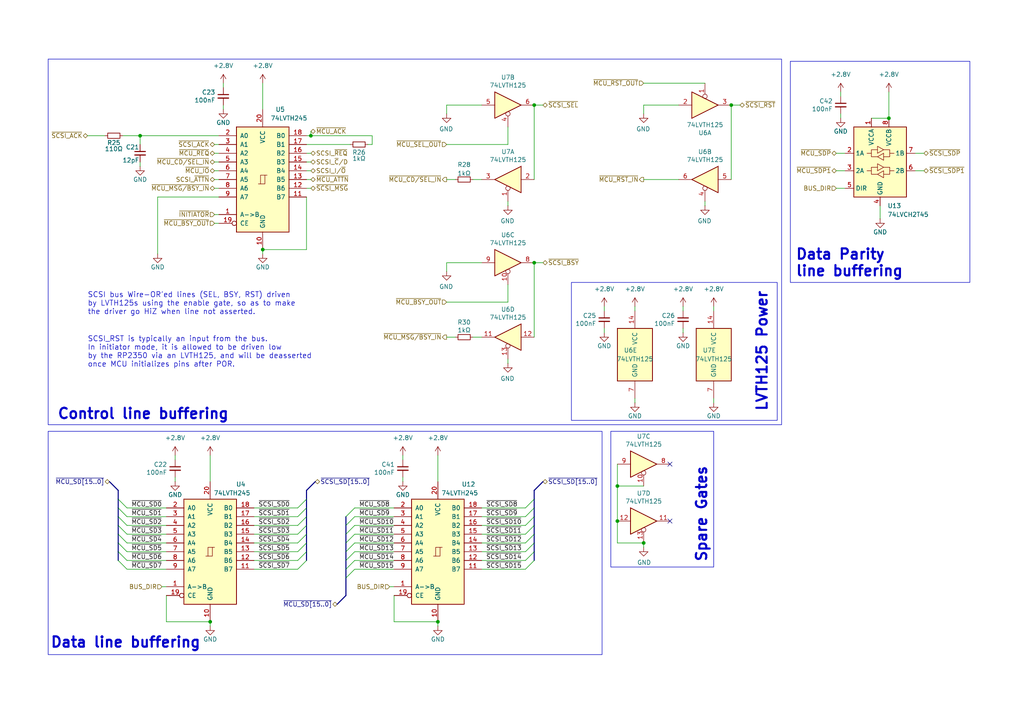
<source format=kicad_sch>
(kicad_sch (version 20250114) (generator "eeschema") (generator_version "9.0")
  (paper "A4")
  (title_block (title "GBSCSI2 - Common Platform - Buffers, Wide") (date "2026-02-01") (rev "2.0") (comment 1 "Drawn by George R. M."))
  (lib_symbols
    (symbol "74xx:74LS245" (pin_names (offset 1.016))
      (property "Reference" "U" (at -7.62 16.51 0))
      (property "Value" "74LS245" (at -7.62 -16.51 0))
      (symbol "74LS245_1_0"
        (polyline (pts (xy -1.27 -1.27) (xy 0.635 -1.27) (xy 0.635 1.27) (xy 1.27 1.27)))
        (polyline (pts (xy -0.635 -1.27) (xy -0.635 1.27) (xy 0.635 1.27)))
        (pin tri_state line (at -12.7 12.7 0) (length 5.08) (name "A0") (number "2"))
        (pin tri_state line (at -12.7 10.16 0) (length 5.08) (name "A1") (number "3"))
        (pin tri_state line (at -12.7 7.62 0) (length 5.08) (name "A2") (number "4"))
        (pin tri_state line (at -12.7 5.08 0) (length 5.08) (name "A3") (number "5"))
        (pin tri_state line (at -12.7 2.54 0) (length 5.08) (name "A4") (number "6"))
        (pin tri_state line (at -12.7 0 0) (length 5.08) (name "A5") (number "7"))
        (pin tri_state line (at -12.7 -2.54 0) (length 5.08) (name "A6") (number "8"))
        (pin tri_state line (at -12.7 -5.08 0) (length 5.08) (name "A7") (number "9"))
        (pin input line (at -12.7 -10.16 0) (length 5.08) (name "A->B") (number "1"))
        (pin input inverted (at -12.7 -12.7 0) (length 5.08) (name "CE") (number "19"))
        (pin power_in line (at 0 20.32 270) (length 5.08) (name "VCC") (number "20"))
        (pin power_in line (at 0 -20.32 90) (length 5.08) (name "GND") (number "10"))
        (pin tri_state line (at 12.7 12.7 180) (length 5.08) (name "B0") (number "18"))
        (pin tri_state line (at 12.7 10.16 180) (length 5.08) (name "B1") (number "17"))
        (pin tri_state line (at 12.7 7.62 180) (length 5.08) (name "B2") (number "16"))
        (pin tri_state line (at 12.7 5.08 180) (length 5.08) (name "B3") (number "15"))
        (pin tri_state line (at 12.7 2.54 180) (length 5.08) (name "B4") (number "14"))
        (pin tri_state line (at 12.7 0 180) (length 5.08) (name "B5") (number "13"))
        (pin tri_state line (at 12.7 -2.54 180) (length 5.08) (name "B6") (number "12"))
        (pin tri_state line (at 12.7 -5.08 180) (length 5.08) (name "B7") (number "11"))
      )
      (symbol "74LS245_1_1"
        (rectangle (start -7.62 15.24) (end 7.62 -15.24) (stroke (width 0.254)) (fill (type background)))
      )
    )
    (symbol "74xx:74LVC125" (pin_names (offset 1.016))
      (property "Reference" "U" (at 0 1.27 0))
      (property "Value" "74LVC125" (at 0 -1.27 0))
      (symbol "74LVC125_1_0"
        (polyline (pts (xy -3.81 3.81) (xy -3.81 -3.81) (xy 3.81 0) (xy -3.81 3.81)) (stroke (width 0.254)) (fill (type background)))
        (pin input line (at -7.62 0 0) (length 3.81) (name "~") (number "2"))
        (pin input inverted (at 0 -6.35 90) (length 4.445) (name "~") (number "1"))
        (pin tri_state line (at 7.62 0 180) (length 3.81) (name "~") (number "3"))
      )
      (symbol "74LVC125_2_0"
        (polyline (pts (xy -3.81 3.81) (xy -3.81 -3.81) (xy 3.81 0) (xy -3.81 3.81)) (stroke (width 0.254)) (fill (type background)))
        (pin input line (at -7.62 0 0) (length 3.81) (name "~") (number "5"))
        (pin input inverted (at 0 -6.35 90) (length 4.445) (name "~") (number "4"))
        (pin tri_state line (at 7.62 0 180) (length 3.81) (name "~") (number "6"))
      )
      (symbol "74LVC125_3_0"
        (polyline (pts (xy -3.81 3.81) (xy -3.81 -3.81) (xy 3.81 0) (xy -3.81 3.81)) (stroke (width 0.254)) (fill (type background)))
        (pin input line (at -7.62 0 0) (length 3.81) (name "~") (number "9"))
        (pin input inverted (at 0 -6.35 90) (length 4.445) (name "~") (number "10"))
        (pin tri_state line (at 7.62 0 180) (length 3.81) (name "~") (number "8"))
      )
      (symbol "74LVC125_4_0"
        (polyline (pts (xy -3.81 3.81) (xy -3.81 -3.81) (xy 3.81 0) (xy -3.81 3.81)) (stroke (width 0.254)) (fill (type background)))
        (pin input line (at -7.62 0 0) (length 3.81) (name "~") (number "12"))
        (pin input inverted (at 0 -6.35 90) (length 4.445) (name "~") (number "13"))
        (pin tri_state line (at 7.62 0 180) (length 3.81) (name "~") (number "11"))
      )
      (symbol "74LVC125_5_0"
        (pin power_in line (at 0 12.7 270) (length 5.08) (name "VCC") (number "14"))
        (pin power_in line (at 0 -12.7 90) (length 5.08) (name "GND") (number "7"))
      )
      (symbol "74LVC125_5_1"
        (rectangle (start -5.08 7.62) (end 5.08 -7.62) (stroke (width 0.254)) (fill (type background)))
      )
    )
    (symbol "Device:C_Small" (pin_numbers (hide yes)) (pin_names (offset 0.254) (hide yes))
      (property "Reference" "C" (at 0.254 1.778 0))
      (property "Value" "C_Small" (at 0.254 -2.032 0))
      (symbol "C_Small_0_1"
        (polyline (pts (xy -1.524 0.508) (xy 1.524 0.508)) (stroke (width 0.3048)))
        (polyline (pts (xy -1.524 -0.508) (xy 1.524 -0.508)) (stroke (width 0.3302)))
      )
      (symbol "C_Small_1_1"
        (pin passive line (at 0 2.54 270) (length 2.032) (name "~") (number "1"))
        (pin passive line (at 0 -2.54 90) (length 2.032) (name "~") (number "2"))
      )
    )
    (symbol "Device:R_Small" (pin_numbers (hide yes)) (pin_names (offset 0.254) (hide yes))
      (property "Reference" "R" (at 0 0 90))
      (property "Value" "R_Small" (at 1.778 0 90))
      (symbol "R_Small_0_1"
        (rectangle (start -0.762 1.778) (end 0.762 -1.778) (stroke (width 0.2032)))
      )
      (symbol "R_Small_1_1"
        (pin passive line (at 0 2.54 270) (length 0.762) (name "~") (number "1"))
        (pin passive line (at 0 -2.54 90) (length 0.762) (name "~") (number "2"))
      )
    )
    (symbol "Logic_LevelTranslator:74LVCH2T45DC"
      (property "Reference" "U" (at 6.35 -11.43 0))
      (property "Value" "74LVCH2T45DC" (at 10.16 11.43 0))
      (symbol "74LVCH2T45DC_1_1"
        (rectangle (start -7.62 10.16) (end 7.62 -10.16) (stroke (width 0.254)) (fill (type background)))
        (polyline (pts (xy -2.54 2.54) (xy -2.54 3.556) (xy -0.762 3.556)))
        (polyline (pts (xy -2.54 -2.54) (xy -2.54 -1.524) (xy -0.762 -1.524)))
        (polyline (pts (xy -0.762 2.54) (xy -0.762 4.572) (xy 1.016 3.556) (xy -0.762 2.54)))
        (polyline (pts (xy -0.762 1.524) (xy -2.54 1.524) (xy -2.54 2.54) (xy -3.81 2.54)))
        (polyline (pts (xy -0.762 -2.54) (xy -0.762 -0.508) (xy 1.016 -1.524) (xy -0.762 -2.54)))
        (polyline (pts (xy -0.762 -3.556) (xy -2.54 -3.556) (xy -2.54 -2.54) (xy -3.81 -2.54)))
        (polyline (pts (xy 1.016 3.556) (xy 2.794 3.556) (xy 2.794 2.54) (xy 4.064 2.54)))
        (polyline (pts (xy 1.016 2.54) (xy 1.016 0.762) (xy 1.016 0.508) (xy -0.762 1.524) (xy 1.016 2.54)))
        (polyline (pts (xy 1.016 -1.524) (xy 2.794 -1.524) (xy 2.794 -2.54) (xy 4.064 -2.54)))
        (polyline (pts (xy 1.016 -2.54) (xy 1.016 -4.318) (xy 1.016 -4.572) (xy -0.762 -3.556) (xy 1.016 -2.54)))
        (polyline (pts (xy 2.794 2.54) (xy 2.794 1.524) (xy 1.016 1.524)))
        (polyline (pts (xy 2.794 -2.54) (xy 2.794 -3.556) (xy 1.016 -3.556)))
        (pin bidirectional line (at -10.16 2.54 0) (length 2.54) (name "1A") (number "2"))
        (pin bidirectional line (at -10.16 -2.54 0) (length 2.54) (name "2A") (number "3"))
        (pin input line (at -10.16 -7.62 0) (length 2.54) (name "DIR") (number "5"))
        (pin power_in line (at -2.54 12.7 270) (length 2.54) (name "VCCA") (number "1"))
        (pin power_in line (at 0 -12.7 90) (length 2.54) (name "GND") (number "4"))
        (pin power_in line (at 2.54 12.7 270) (length 2.54) (name "VCCB") (number "8"))
        (pin bidirectional line (at 10.16 2.54 180) (length 2.54) (name "1B") (number "7"))
        (pin bidirectional line (at 10.16 -2.54 180) (length 2.54) (name "2B") (number "6"))
      )
    )
    (symbol "power:+2V8" (power) (pin_names (offset 0))
      (property "Value" "+2V8" (at 0 3.556 0))
      (symbol "+2V8_0_1"
        (polyline (pts (xy -0.762 1.27) (xy 0 2.54)))
        (polyline (pts (xy 0 2.54) (xy 0.762 1.27)))
        (polyline (pts (xy 0 0) (xy 0 2.54)))
      )
      (symbol "+2V8_1_1"
        (pin power_in line (at 0 0 90) (length 0) (hide yes) (name "+2V8") (number "1"))
      )
    )
    (symbol "power:GND" (power) (pin_numbers (hide yes)) (pin_names (offset 0) (hide yes))
      (property "Value" "GND" (at 0 -3.81 0))
      (symbol "GND_0_1"
        (polyline (pts (xy 0 0) (xy 0 -1.27) (xy 1.27 -1.27) (xy 0 -2.54) (xy -1.27 -1.27) (xy 0 -1.27)))
      )
      (symbol "GND_1_1"
        (pin power_in line (at 0 0 270) (length 0) (name "~") (number "1"))
      )
    )
  )
  (rectangle (start 13.97 125.095) (end 174.625 189.865))
  (rectangle (start 177.165 125.095) (end 207.01 164.465))
  (rectangle (start 229.235 17.78) (end 281.305 81.915))
  (rectangle (start 13.97 17.145) (end 226.695 123.19))
  (rectangle (start 165.735 81.915) (end 225.425 121.92))
  (text "Control line buffering" (at 16.51 121.92 0) (effects (font (size 3 3) (thickness 0.6) (bold yes)) (justify left bottom)))
  (text "SCSI_RST is typically an input from the bus.\nIn initiator mode, it is allowed to be driven low\nby the RP2350 via an LVTH125, and will be deasserted\nonce MCU initializes pins after POR." (at 25.4 106.68 0) (effects (font (size 1.524 1.524)) (justify left bottom)))
  (text "LVTH125 Power" (at 222.758 119.634 90) (effects (font (size 3 3) (thickness 0.6) (bold yes)) (justify left bottom)))
  (text "SCSI bus Wire-OR'ed lines (SEL, BSY, RST) driven\nby LVTH125s using the enable gate, so as to make\nthe driver go HiZ when line not asserted." (at 25.4 91.44 0) (effects (font (size 1.524 1.524)) (justify left bottom)))
  (text "Spare Gates" (at 205.232 163.322 90) (effects (font (size 3 3) (thickness 0.6) (bold yes)) (justify left bottom)))
  (text "Data Parity\nline buffering" (at 230.632 80.518 0) (effects (font (size 3 3) (thickness 0.6) (bold yes)) (justify left bottom)))
  (text "Data line buffering" (at 14.478 188.214 0) (effects (font (size 3 3) (thickness 0.6) (bold yes)) (justify left bottom)))
  (junction (at 257.81 34.29))
  (junction (at 127 180.34))
  (junction (at 76.2 72.39))
  (junction (at 179.07 151.13))
  (junction (at 212.09 30.48))
  (junction (at 154.94 30.48))
  (junction (at 40.64 39.37))
  (junction (at 186.69 157.48))
  (junction (at 60.96 180.34))
  (junction (at 179.07 140.97))
  (junction (at 90.17 39.37))
  (junction (at 154.94 76.2))
  (no_connect (at 194.31 151.13))
  (no_connect (at 194.31 134.62))
  (bus_entry (at 86.36 152.4) (size 2.54 -2.54))
  (bus_entry (at 86.36 147.32) (size 2.54 -2.54))
  (bus_entry (at 86.36 149.86) (size 2.54 -2.54))
  (bus_entry (at 152.4 147.32) (size 2.54 -2.54))
  (bus_entry (at 36.83 149.86) (size -2.54 -2.54))
  (bus_entry (at 152.4 152.4) (size 2.54 -2.54))
  (bus_entry (at 152.4 165.1) (size 2.54 -2.54))
  (bus_entry (at 36.83 165.1) (size -2.54 -2.54))
  (bus_entry (at 36.83 152.4) (size -2.54 -2.54))
  (bus_entry (at 86.36 162.56) (size 2.54 -2.54))
  (bus_entry (at 102.87 149.86) (size -2.54 2.54))
  (bus_entry (at 36.83 157.48) (size -2.54 -2.54))
  (bus_entry (at 102.87 165.1) (size -2.54 2.54))
  (bus_entry (at 86.36 157.48) (size 2.54 -2.54))
  (bus_entry (at 102.87 162.56) (size -2.54 2.54))
  (bus_entry (at 36.83 154.94) (size -2.54 -2.54))
  (bus_entry (at 86.36 154.94) (size 2.54 -2.54))
  (bus_entry (at 102.87 152.4) (size -2.54 2.54))
  (bus_entry (at 152.4 162.56) (size 2.54 -2.54))
  (bus_entry (at 152.4 154.94) (size 2.54 -2.54))
  (bus_entry (at 102.87 160.02) (size -2.54 2.54))
  (bus_entry (at 36.83 162.56) (size -2.54 -2.54))
  (bus_entry (at 86.36 160.02) (size 2.54 -2.54))
  (bus_entry (at 102.87 154.94) (size -2.54 2.54))
  (bus_entry (at 36.83 147.32) (size -2.54 -2.54))
  (bus_entry (at 86.36 165.1) (size 2.54 -2.54))
  (bus_entry (at 152.4 157.48) (size 2.54 -2.54))
  (bus_entry (at 102.87 147.32) (size -2.54 2.54))
  (bus_entry (at 152.4 160.02) (size 2.54 -2.54))
  (bus_entry (at 102.87 157.48) (size -2.54 2.54))
  (bus_entry (at 36.83 160.02) (size -2.54 -2.54))
  (bus_entry (at 152.4 149.86) (size 2.54 -2.54))
  (wire (pts (xy 198.12 88.9) (xy 198.12 90.17)))
  (wire (pts (xy 102.87 154.94) (xy 114.3 154.94)))
  (wire (pts (xy 243.84 33.02) (xy 243.84 34.29)))
  (wire (pts (xy 184.15 116.84) (xy 184.15 115.57)))
  (bus (pts (xy 100.33 165.1) (xy 100.33 167.64)))
  (wire (pts (xy 267.97 44.45) (xy 265.43 44.45)))
  (bus (pts (xy 34.29 152.4) (xy 34.29 149.86)))
  (bus (pts (xy 88.9 144.78) (xy 88.9 142.24)))
  (wire (pts (xy 154.94 76.2) (xy 154.94 97.79)))
  (wire (pts (xy 73.66 157.48) (xy 86.36 157.48)))
  (bus (pts (xy 154.94 142.24) (xy 157.48 139.7)))
  (wire (pts (xy 154.94 30.48) (xy 154.94 52.07)))
  (bus (pts (xy 100.33 172.72) (xy 97.79 175.26)))
  (wire (pts (xy 252.73 34.29) (xy 257.81 34.29)))
  (bus (pts (xy 88.9 157.48) (xy 88.9 154.94)))
  (bus (pts (xy 154.94 157.48) (xy 154.94 154.94)))
  (wire (pts (xy 129.54 87.63) (xy 147.32 87.63)))
  (bus (pts (xy 88.9 152.4) (xy 88.9 149.86)))
  (wire (pts (xy 46.99 170.18) (xy 48.26 170.18)))
  (wire (pts (xy 204.47 59.69) (xy 204.47 58.42)))
  (wire (pts (xy 147.32 59.69) (xy 147.32 58.42)))
  (wire (pts (xy 139.7 162.56) (xy 152.4 162.56)))
  (wire (pts (xy 179.07 140.97) (xy 179.07 151.13)))
  (wire (pts (xy 73.66 147.32) (xy 86.36 147.32)))
  (wire (pts (xy 113.03 170.18) (xy 114.3 170.18)))
  (wire (pts (xy 88.9 41.91) (xy 101.6 41.91)))
  (wire (pts (xy 88.9 72.39) (xy 88.9 57.15)))
  (wire (pts (xy 184.15 88.9) (xy 184.15 90.17)))
  (wire (pts (xy 40.64 41.91) (xy 40.64 39.37)))
  (wire (pts (xy 76.2 24.13) (xy 76.2 31.75)))
  (wire (pts (xy 73.66 149.86) (xy 86.36 149.86)))
  (wire (pts (xy 62.23 52.07) (xy 63.5 52.07)))
  (wire (pts (xy 242.57 54.61) (xy 245.11 54.61)))
  (wire (pts (xy 73.66 160.02) (xy 86.36 160.02)))
  (wire (pts (xy 73.66 165.1) (xy 86.36 165.1)))
  (wire (pts (xy 147.32 105.41) (xy 147.32 104.14)))
  (wire (pts (xy 50.8 138.43) (xy 50.8 139.7)))
  (wire (pts (xy 242.57 49.53) (xy 245.11 49.53)))
  (wire (pts (xy 73.66 154.94) (xy 86.36 154.94)))
  (bus (pts (xy 88.9 147.32) (xy 88.9 144.78)))
  (wire (pts (xy 60.96 181.61) (xy 60.96 180.34)))
  (wire (pts (xy 102.87 152.4) (xy 114.3 152.4)))
  (bus (pts (xy 34.29 149.86) (xy 34.29 147.32)))
  (wire (pts (xy 129.54 52.07) (xy 132.08 52.07)))
  (wire (pts (xy 139.7 157.48) (xy 152.4 157.48)))
  (wire (pts (xy 36.83 147.32) (xy 48.26 147.32)))
  (wire (pts (xy 63.5 57.15) (xy 45.72 57.15)))
  (wire (pts (xy 127 181.61) (xy 127 180.34)))
  (wire (pts (xy 25.4 39.37) (xy 30.48 39.37)))
  (wire (pts (xy 102.87 162.56) (xy 114.3 162.56)))
  (bus (pts (xy 100.33 154.94) (xy 100.33 157.48)))
  (bus (pts (xy 154.94 149.86) (xy 154.94 147.32)))
  (wire (pts (xy 60.96 132.08) (xy 60.96 139.7)))
  (wire (pts (xy 196.85 30.48) (xy 186.69 30.48)))
  (wire (pts (xy 137.16 97.79) (xy 139.7 97.79)))
  (wire (pts (xy 129.54 41.91) (xy 147.32 41.91)))
  (wire (pts (xy 147.32 87.63) (xy 147.32 82.55)))
  (wire (pts (xy 175.26 88.9) (xy 175.26 90.17)))
  (bus (pts (xy 100.33 160.02) (xy 100.33 162.56)))
  (wire (pts (xy 139.7 149.86) (xy 152.4 149.86)))
  (wire (pts (xy 179.07 134.62) (xy 179.07 140.97)))
  (wire (pts (xy 267.97 49.53) (xy 265.43 49.53)))
  (wire (pts (xy 179.07 151.13) (xy 179.07 157.48)))
  (wire (pts (xy 88.9 39.37) (xy 90.17 39.37)))
  (wire (pts (xy 64.77 24.13) (xy 64.77 25.4)))
  (bus (pts (xy 88.9 162.56) (xy 88.9 160.02)))
  (wire (pts (xy 179.07 157.48) (xy 186.69 157.48)))
  (wire (pts (xy 212.09 30.48) (xy 212.09 52.07)))
  (wire (pts (xy 114.3 172.72) (xy 114.3 180.34)))
  (wire (pts (xy 214.63 30.48) (xy 212.09 30.48)))
  (bus (pts (xy 34.29 147.32) (xy 34.29 144.78)))
  (bus (pts (xy 154.94 162.56) (xy 154.94 160.02)))
  (wire (pts (xy 179.07 140.97) (xy 186.69 140.97)))
  (bus (pts (xy 154.94 160.02) (xy 154.94 157.48)))
  (wire (pts (xy 102.87 165.1) (xy 114.3 165.1)))
  (wire (pts (xy 40.64 39.37) (xy 63.5 39.37)))
  (wire (pts (xy 139.7 154.94) (xy 152.4 154.94)))
  (wire (pts (xy 139.7 76.2) (xy 129.54 76.2)))
  (bus (pts (xy 34.29 162.56) (xy 34.29 160.02)))
  (wire (pts (xy 116.84 132.08) (xy 116.84 133.35)))
  (wire (pts (xy 48.26 172.72) (xy 48.26 180.34)))
  (wire (pts (xy 90.17 38.1) (xy 90.17 39.37)))
  (wire (pts (xy 129.54 30.48) (xy 129.54 33.02)))
  (wire (pts (xy 102.87 147.32) (xy 114.3 147.32)))
  (wire (pts (xy 129.54 97.79) (xy 132.08 97.79)))
  (wire (pts (xy 102.87 149.86) (xy 114.3 149.86)))
  (wire (pts (xy 207.01 88.9) (xy 207.01 90.17)))
  (bus (pts (xy 34.29 144.78) (xy 34.29 142.24)))
  (bus (pts (xy 34.29 157.48) (xy 34.29 154.94)))
  (wire (pts (xy 255.27 63.5) (xy 255.27 59.69)))
  (wire (pts (xy 139.7 152.4) (xy 152.4 152.4)))
  (wire (pts (xy 36.83 149.86) (xy 48.26 149.86)))
  (bus (pts (xy 154.94 147.32) (xy 154.94 144.78)))
  (wire (pts (xy 257.81 26.67) (xy 257.81 34.29)))
  (bus (pts (xy 100.33 149.86) (xy 100.33 152.4)))
  (wire (pts (xy 186.69 30.48) (xy 186.69 33.02)))
  (wire (pts (xy 157.48 76.2) (xy 154.94 76.2)))
  (wire (pts (xy 90.17 49.53) (xy 88.9 49.53)))
  (wire (pts (xy 198.12 96.52) (xy 198.12 95.25)))
  (wire (pts (xy 147.32 41.91) (xy 147.32 36.83)))
  (bus (pts (xy 154.94 152.4) (xy 154.94 149.86)))
  (wire (pts (xy 114.3 180.34) (xy 127 180.34)))
  (wire (pts (xy 90.17 44.45) (xy 88.9 44.45)))
  (bus (pts (xy 34.29 160.02) (xy 34.29 157.48)))
  (wire (pts (xy 116.84 138.43) (xy 116.84 139.7)))
  (wire (pts (xy 76.2 73.66) (xy 76.2 72.39)))
  (bus (pts (xy 88.9 142.24) (xy 91.44 139.7)))
  (wire (pts (xy 102.87 160.02) (xy 114.3 160.02)))
  (bus (pts (xy 34.29 154.94) (xy 34.29 152.4)))
  (bus (pts (xy 100.33 152.4) (xy 100.33 154.94)))
  (bus (pts (xy 88.9 154.94) (xy 88.9 152.4)))
  (bus (pts (xy 100.33 157.48) (xy 100.33 160.02)))
  (wire (pts (xy 207.01 116.84) (xy 207.01 115.57)))
  (wire (pts (xy 186.69 52.07) (xy 196.85 52.07)))
  (wire (pts (xy 62.23 46.99) (xy 63.5 46.99)))
  (wire (pts (xy 90.17 54.61) (xy 88.9 54.61)))
  (wire (pts (xy 36.83 152.4) (xy 48.26 152.4)))
  (wire (pts (xy 62.23 41.91) (xy 63.5 41.91)))
  (wire (pts (xy 102.87 157.48) (xy 114.3 157.48)))
  (wire (pts (xy 129.54 76.2) (xy 129.54 78.74)))
  (wire (pts (xy 62.23 64.77) (xy 63.5 64.77)))
  (bus (pts (xy 100.33 167.64) (xy 100.33 172.72)))
  (bus (pts (xy 154.94 154.94) (xy 154.94 152.4)))
  (wire (pts (xy 62.23 54.61) (xy 63.5 54.61)))
  (bus (pts (xy 34.29 142.24) (xy 31.75 139.7)))
  (wire (pts (xy 127 132.08) (xy 127 139.7)))
  (wire (pts (xy 36.83 165.1) (xy 48.26 165.1)))
  (wire (pts (xy 242.57 44.45) (xy 245.11 44.45)))
  (wire (pts (xy 90.17 39.37) (xy 107.95 39.37)))
  (bus (pts (xy 100.33 162.56) (xy 100.33 165.1)))
  (wire (pts (xy 129.54 30.48) (xy 139.7 30.48)))
  (wire (pts (xy 40.64 48.26) (xy 40.64 46.99)))
  (wire (pts (xy 137.16 52.07) (xy 139.7 52.07)))
  (wire (pts (xy 139.7 147.32) (xy 152.4 147.32)))
  (wire (pts (xy 157.48 30.48) (xy 154.94 30.48)))
  (wire (pts (xy 62.23 62.23) (xy 63.5 62.23)))
  (wire (pts (xy 90.17 46.99) (xy 88.9 46.99)))
  (wire (pts (xy 186.69 158.75) (xy 186.69 157.48)))
  (wire (pts (xy 64.77 30.48) (xy 64.77 31.75)))
  (wire (pts (xy 36.83 160.02) (xy 48.26 160.02)))
  (wire (pts (xy 45.72 57.15) (xy 45.72 73.66)))
  (wire (pts (xy 139.7 160.02) (xy 152.4 160.02)))
  (wire (pts (xy 243.84 27.94) (xy 243.84 26.67)))
  (wire (pts (xy 73.66 152.4) (xy 86.36 152.4)))
  (wire (pts (xy 50.8 132.08) (xy 50.8 133.35)))
  (wire (pts (xy 139.7 165.1) (xy 152.4 165.1)))
  (bus (pts (xy 88.9 160.02) (xy 88.9 157.48)))
  (wire (pts (xy 73.66 162.56) (xy 86.36 162.56)))
  (wire (pts (xy 35.56 39.37) (xy 40.64 39.37)))
  (bus (pts (xy 154.94 144.78) (xy 154.94 142.24)))
  (wire (pts (xy 76.2 72.39) (xy 88.9 72.39)))
  (wire (pts (xy 36.83 157.48) (xy 48.26 157.48)))
  (wire (pts (xy 186.69 24.13) (xy 204.47 24.13)))
  (bus (pts (xy 88.9 149.86) (xy 88.9 147.32)))
  (wire (pts (xy 106.68 41.91) (xy 107.95 41.91)))
  (wire (pts (xy 175.26 96.52) (xy 175.26 95.25)))
  (wire (pts (xy 62.23 49.53) (xy 63.5 49.53)))
  (wire (pts (xy 90.17 52.07) (xy 88.9 52.07)))
  (wire (pts (xy 62.23 44.45) (xy 63.5 44.45)))
  (wire (pts (xy 36.83 154.94) (xy 48.26 154.94)))
  (wire (pts (xy 107.95 41.91) (xy 107.95 39.37)))
  (wire (pts (xy 36.83 162.56) (xy 48.26 162.56)))
  (wire (pts (xy 48.26 180.34) (xy 60.96 180.34)))
  (label "~{MCU_SD3}" (at 46.99 154.94 180))
  (label "~{SCSI_SD3}" (at 74.93 154.94 0))
  (label "~{SCSI_SD15}" (at 140.97 165.1 0))
  (label "~{MCU_SD5}" (at 46.99 160.02 180))
  (label "~{MCU_SD8}" (at 104.14 147.32 0))
  (label "~{MCU_SD6}" (at 46.99 162.56 180))
  (label "~{MCU_SD0}" (at 46.99 147.32 180))
  (label "~{SCSI_SD7}" (at 74.93 165.1 0))
  (label "~{SCSI_SD10}" (at 140.97 152.4 0))
  (label "~{MCU_SD15}" (at 104.14 165.1 0))
  (label "~{SCSI_SD9}" (at 140.97 149.86 0))
  (label "~{SCSI_SD2}" (at 74.93 152.4 0))
  (label "~{MCU_SD11}" (at 104.14 154.94 0))
  (label "~{SCSI_SD12}" (at 140.97 157.48 0))
  (label "~{MCU_SD7}" (at 46.99 165.1 180))
  (label "~{SCSI_SD4}" (at 74.93 157.48 0))
  (label "~{MCU_SD9}" (at 104.14 149.86 0))
  (label "~{SCSI_SD6}" (at 74.93 162.56 0))
  (label "~{MCU_SD14}" (at 104.14 162.56 0))
  (label "~{MCU_SD2}" (at 46.99 152.4 180))
  (label "~{SCSI_SD5}" (at 74.93 160.02 0))
  (label "~{MCU_SD10}" (at 104.14 152.4 0))
  (label "~{SCSI_SD1}" (at 74.93 149.86 0))
  (label "~{SCSI_SD13}" (at 140.97 160.02 0))
  (label "~{MCU_SD13}" (at 104.14 160.02 0))
  (label "~{MCU_SD4}" (at 46.99 157.48 180))
  (label "~{SCSI_SD0}" (at 74.93 147.32 0))
  (label "~{SCSI_SD14}" (at 140.97 162.56 0))
  (label "~{SCSI_SD8}" (at 140.97 147.32 0))
  (label "~{SCSI_SD11}" (at 140.97 154.94 0))
  (label "~{MCU_SD1}" (at 46.99 149.86 180))
  (label "~{MCU_SD12}" (at 104.14 157.48 0))
  (hierarchical_label "SCSI_I{slash}~{O}" (shape bidirectional) (at 90.17 49.53 0))
  (hierarchical_label "~{MCU_ACK}" (shape bidirectional) (at 90.17 38.1 0))
  (hierarchical_label "~{SCSI_ACK}" (shape bidirectional) (at 25.4 39.37 180))
  (hierarchical_label "~{MCU_REQ}" (shape bidirectional) (at 62.23 44.45 180))
  (hierarchical_label "~{MCU_SDP1}" (shape bidirectional) (at 242.57 49.53 180))
  (hierarchical_label "~{SCSI_SD[15..0]}" (shape bidirectional) (at 157.48 139.7 0))
  (hierarchical_label "~{MCU_RST_IN}" (shape output) (at 186.69 52.07 180))
  (hierarchical_label "~{MCU_BSY_OUT}" (shape input) (at 62.23 64.77 180))
  (hierarchical_label "~{MCU_CD{slash}SEL_IN}" (shape bidirectional) (at 62.23 46.99 180))
  (hierarchical_label "BUS_DIR" (shape input) (at 46.99 170.18 180))
  (hierarchical_label "SCSI_~{ATTN}" (shape bidirectional) (at 62.23 52.07 180))
  (hierarchical_label "~{INITIATOR}" (shape input) (at 62.23 62.23 180))
  (hierarchical_label "BUS_DIR" (shape input) (at 242.57 54.61 180))
  (hierarchical_label "~{MCU_SEL_OUT}" (shape input) (at 129.54 41.91 180))
  (hierarchical_label "~{SCSI_SEL}" (shape bidirectional) (at 157.48 30.48 0))
  (hierarchical_label "~{MCU_RST_OUT}" (shape input) (at 186.69 24.13 180))
  (hierarchical_label "SCSI_~{REQ}" (shape bidirectional) (at 90.17 44.45 0))
  (hierarchical_label "~{SCSI_SDP}" (shape bidirectional) (at 267.97 44.45 0))
  (hierarchical_label "~{MCU_BSY_OUT}" (shape input) (at 129.54 87.63 180))
  (hierarchical_label "~{MCU_MSG{slash}BSY_IN}" (shape bidirectional) (at 62.23 54.61 180))
  (hierarchical_label "~{SCSI_BSY}" (shape bidirectional) (at 157.48 76.2 0))
  (hierarchical_label "BUS_DIR" (shape input) (at 113.03 170.18 180))
  (hierarchical_label "~{MCU_CD{slash}SEL_IN}" (shape output) (at 129.54 52.07 180))
  (hierarchical_label "~{SCSI_SDP1}" (shape bidirectional) (at 267.97 49.53 0))
  (hierarchical_label "~{SCSI_MSG}" (shape bidirectional) (at 90.17 54.61 0))
  (hierarchical_label "~{MCU_SDP}" (shape bidirectional) (at 242.57 44.45 180))
  (hierarchical_label "~{MCU_MSG{slash}BSY_IN}" (shape output) (at 129.54 97.79 180))
  (hierarchical_label "~{MCU_SD[15..0]}" (shape bidirectional) (at 31.75 139.7 180))
  (hierarchical_label "~{MCU_ATTN}" (shape bidirectional) (at 90.17 52.07 0))
  (hierarchical_label "~{MCU_SD[15..0]}" (shape bidirectional) (at 97.79 175.26 180))
  (hierarchical_label "SCSI_~{C}{slash}D" (shape bidirectional) (at 90.17 46.99 0))
  (hierarchical_label "~{MCU_IO}" (shape bidirectional) (at 62.23 49.53 180))
  (hierarchical_label "~{SCSI_RST}" (shape bidirectional) (at 214.63 30.48 0))
  (hierarchical_label "~{SCSI_ACK}" (shape bidirectional) (at 62.23 41.91 180))
  (hierarchical_label "~{SCSI_SD[15..0]}" (shape bidirectional) (at 91.44 139.7 0))
  (symbol (lib_id "Device:R_Small") (at 104.14 41.91 90) (mirror x) (unit 1)
    (property "Reference" "R26" (at 104.14 44.196 90))
    (property "Value" "1kΩ" (at 104.14 45.974 90))
    (property "Footprint" "Resistor_SMD:R_0603_1608Metric" (effects (hide yes)))
    (property "LCSC" "C21190" (effects (hide yes)))
    (property "LCSC Part #" "C21190" (effects (hide yes)))
  )
  (symbol (lib_id "power:GND") (at 45.72 73.66 0) (unit 1)
    (property "Reference" "#PWR043" (effects (hide yes)))
    (property "Value" "GND" (at 45.72 77.47 0))
  )
  (symbol (lib_id "power:GND") (at 207.01 116.84 0) (unit 1)
    (property "Reference" "#PWR067" (effects (hide yes)))
    (property "Value" "GND" (at 207.01 120.65 0))
  )
  (symbol (lib_id "power:GND") (at 243.84 34.29 0) (unit 1)
    (property "Reference" "#PWR062" (effects (hide yes)))
    (property "Value" "GND" (at 243.84 38.1 0))
  )
  (symbol (lib_id "power:+2V8") (at 50.8 132.08 0) (unit 1)
    (property "Reference" "#PWR044" (effects (hide yes)))
    (property "Value" "+2.8V" (at 50.8 127 0))
  )
  (symbol (lib_id "74xx:74LVC125") (at 207.01 102.87 0) (unit 5)
    (property "Reference" "U7" (at 205.74 101.6 0))
    (property "Value" "74LVTH125" (at 207.01 104.14 0))
    (property "Footprint" "Package_SO:TSSOP-14_4.4x5mm_P0.65mm" (effects (hide yes)))
    (property "Datasheet" "http://www.ti.com/lit/gpn/sn74LVC125" (effects (hide yes)))
    (property "LCSC" "C7042" (effects (hide yes)))
    (property "LCSC Part #" "C7042" (effects (hide yes)))
  )
  (symbol (lib_id "power:GND") (at 60.96 181.61 0) (unit 1)
    (property "Reference" "#PWR047" (effects (hide yes)))
    (property "Value" "GND" (at 60.96 185.42 0))
  )
  (symbol (lib_id "74xx:74LVC125") (at 186.69 151.13 0) (unit 4)
    (property "Reference" "U7" (at 186.69 143.0782 0))
    (property "Value" "74LVTH125" (at 186.69 145.3896 0))
    (property "Footprint" "Package_SO:TSSOP-14_4.4x5mm_P0.65mm" (effects (hide yes)))
    (property "Datasheet" "http://www.ti.com/lit/gpn/sn74LVC125" (effects (hide yes)))
    (property "LCSC" "C7042" (effects (hide yes)))
    (property "LCSC Part #" "C7042" (effects (hide yes)))
  )
  (symbol (lib_id "power:+2V8") (at 207.01 88.9 0) (unit 1)
    (property "Reference" "#PWR057" (effects (hide yes)))
    (property "Value" "+2.8V" (at 207.01 83.82 0))
  )
  (symbol (lib_id "74xx:74LVC125") (at 147.32 52.07 0) (mirror y) (unit 1)
    (property "Reference" "U7" (at 147.32 44.0182 0))
    (property "Value" "74LVTH125" (at 147.32 46.3296 0))
    (property "Footprint" "Package_SO:TSSOP-14_4.4x5mm_P0.65mm" (effects (hide yes)))
    (property "Datasheet" "http://www.ti.com/lit/gpn/sn74LVC125" (effects (hide yes)))
    (property "LCSC" "C7042" (effects (hide yes)))
    (property "LCSC Part #" "C7042" (effects (hide yes)))
  )
  (symbol (lib_id "power:GND") (at 255.27 63.5 0) (mirror y) (unit 1)
    (property "Reference" "#PWR0112" (effects (hide yes)))
    (property "Value" "GND" (at 255.27 67.31 0))
  )
  (symbol (lib_id "74xx:74LS245") (at 127 160.02 0) (unit 1)
    (property "Reference" "U12" (at 135.89 140.462 0))
    (property "Value" "74LVTH245" (at 133.35 143.002 0))
    (property "Footprint" "Package_SO:SSOP-20_5.3x7.2mm_P0.65mm" (effects (hide yes)))
    (property "Datasheet" "http://www.ti.com/lit/gpn/sn74LS245" (effects (hide yes)))
    (property "LCSC" "C2652121" (effects (hide yes)))
    (property "LCSC Part #" "C2652121" (effects (hide yes)))
  )
  (symbol (lib_id "power:GND") (at 147.32 59.69 0) (mirror y) (unit 1)
    (property "Reference" "#PWR054" (effects (hide yes)))
    (property "Value" "GND" (at 147.193 64.0842 0))
  )
  (symbol (lib_id "power:+2V8") (at 60.96 132.08 0) (unit 1)
    (property "Reference" "#PWR046" (effects (hide yes)))
    (property "Value" "+2.8V" (at 60.96 127 0))
  )
  (symbol (lib_id "power:+2V8") (at 116.84 132.08 0) (unit 1)
    (property "Reference" "#PWR080" (effects (hide yes)))
    (property "Value" "+2.8V" (at 116.84 127 0))
  )
  (symbol (lib_id "power:GND") (at 64.77 31.75 0) (unit 1)
    (property "Reference" "#PWR049" (effects (hide yes)))
    (property "Value" "GND" (at 64.77 35.56 0))
  )
  (symbol (lib_id "74xx:74LVC125") (at 147.32 76.2 0) (unit 3)
    (property "Reference" "U6" (at 147.32 68.1482 0))
    (property "Value" "74LVTH125" (at 147.32 70.4596 0))
    (property "Footprint" "Package_SO:TSSOP-14_4.4x5mm_P0.65mm" (effects (hide yes)))
    (property "Datasheet" "http://www.ti.com/lit/gpn/sn74LVC125" (effects (hide yes)))
    (property "LCSC" "C7042" (effects (hide yes)))
    (property "LCSC Part #" "C7042" (effects (hide yes)))
  )
  (symbol (lib_id "Device:C_Small") (at 64.77 27.94 0) (unit 1)
    (property "Reference" "C23" (at 62.4586 26.7716 0) (effects (justify right)))
    (property "Value" "100nF" (at 62.4586 29.083 0) (effects (justify right)))
    (property "Footprint" "Capacitor_SMD:C_0603_1608Metric" (effects (hide yes)))
    (property "LCSC" "C14663" (effects (hide yes)))
    (property "LCSC Part #" "C14663" (effects (hide yes)))
  )
  (symbol (lib_id "Device:C_Small") (at 175.26 92.71 0) (unit 1)
    (property "Reference" "C25" (at 172.9486 91.5416 0) (effects (justify right)))
    (property "Value" "100nF" (at 172.9486 93.853 0) (effects (justify right)))
    (property "Footprint" "Capacitor_SMD:C_0603_1608Metric" (effects (hide yes)))
    (property "LCSC" "C14663" (effects (hide yes)))
    (property "LCSC Part #" "C14663" (effects (hide yes)))
  )
  (symbol (lib_id "power:+2V8") (at 76.2 24.13 0) (unit 1)
    (property "Reference" "#PWR050" (effects (hide yes)))
    (property "Value" "+2.8V" (at 76.2 19.05 0))
  )
  (symbol (lib_id "power:GND") (at 50.8 139.7 0) (unit 1)
    (property "Reference" "#PWR045" (effects (hide yes)))
    (property "Value" "GND" (at 50.8 143.51 0))
  )
  (symbol (lib_id "power:GND") (at 186.69 33.02 0) (mirror y) (unit 1)
    (property "Reference" "#PWR068" (effects (hide yes)))
    (property "Value" "GND" (at 186.563 37.4142 0))
  )
  (symbol (lib_id "Device:C_Small") (at 116.84 135.89 0) (unit 1)
    (property "Reference" "C41" (at 114.5286 134.7216 0) (effects (justify right)))
    (property "Value" "100nF" (at 114.5286 137.033 0) (effects (justify right)))
    (property "Footprint" "Capacitor_SMD:C_0603_1608Metric" (effects (hide yes)))
    (property "LCSC" "C14663" (effects (hide yes)))
    (property "LCSC Part #" "C14663" (effects (hide yes)))
  )
  (symbol (lib_id "power:GND") (at 186.69 158.75 0) (unit 1)
    (property "Reference" "#PWR053" (effects (hide yes)))
    (property "Value" "GND" (at 186.817 163.1442 0))
  )
  (symbol (lib_id "power:+2V8") (at 175.26 88.9 0) (unit 1)
    (property "Reference" "#PWR066" (effects (hide yes)))
    (property "Value" "+2.8V" (at 175.26 83.82 0))
  )
  (symbol (lib_id "Device:R_Small") (at 33.02 39.37 90) (mirror x) (unit 1)
    (property "Reference" "R25" (at 33.02 41.402 90))
    (property "Value" "110Ω" (at 33.02 43.18 90))
    (property "Footprint" "Resistor_SMD:R_0603_1608Metric" (effects (hide yes)))
    (property "LCSC" "C22781" (effects (hide yes)))
    (property "LCSC Part #" "C22781" (effects (hide yes)))
  )
  (symbol (lib_id "74xx:74LS245") (at 76.2 52.07 0) (unit 1)
    (property "Reference" "U5" (at 81.28 31.75 0))
    (property "Value" "74LVTH245" (at 83.82 34.29 0))
    (property "Footprint" "Package_SO:SSOP-20_5.3x7.2mm_P0.65mm" (effects (hide yes)))
    (property "Datasheet" "http://www.ti.com/lit/gpn/sn74LS245" (effects (hide yes)))
    (property "LCSC" "C2652121" (effects (hide yes)))
    (property "LCSC Part #" "C2652121" (effects (hide yes)))
  )
  (symbol (lib_id "Device:C_Small") (at 198.12 92.71 0) (unit 1)
    (property "Reference" "C26" (at 195.8086 91.5416 0) (effects (justify right)))
    (property "Value" "100nF" (at 195.8086 93.853 0) (effects (justify right)))
    (property "Footprint" "Capacitor_SMD:C_0603_1608Metric" (effects (hide yes)))
    (property "LCSC" "C14663" (effects (hide yes)))
    (property "LCSC Part #" "C14663" (effects (hide yes)))
  )
  (symbol (lib_id "power:GND") (at 147.32 105.41 0) (mirror y) (unit 1)
    (property "Reference" "#PWR069" (effects (hide yes)))
    (property "Value" "GND" (at 147.193 109.8042 0))
  )
  (symbol (lib_id "74xx:74LVC125") (at 147.32 97.79 0) (mirror y) (unit 4)
    (property "Reference" "U6" (at 147.32 89.7382 0))
    (property "Value" "74LVTH125" (at 147.32 92.0496 0))
    (property "Footprint" "Package_SO:TSSOP-14_4.4x5mm_P0.65mm" (effects (hide yes)))
    (property "Datasheet" "http://www.ti.com/lit/gpn/sn74LVC125" (effects (hide yes)))
    (property "LCSC" "C7042" (effects (hide yes)))
    (property "LCSC Part #" "C7042" (effects (hide yes)))
  )
  (symbol (lib_id "power:+2V8") (at 198.12 88.9 0) (unit 1)
    (property "Reference" "#PWR059" (effects (hide yes)))
    (property "Value" "+2.8V" (at 198.12 83.82 0))
  )
  (symbol (lib_id "power:GND") (at 198.12 96.52 0) (unit 1)
    (property "Reference" "#PWR064" (effects (hide yes)))
    (property "Value" "GND" (at 198.12 100.33 0))
  )
  (symbol (lib_id "74xx:74LVC125") (at 147.32 30.48 0) (unit 2)
    (property "Reference" "U7" (at 147.32 22.4282 0))
    (property "Value" "74LVTH125" (at 147.32 24.7396 0))
    (property "Footprint" "Package_SO:TSSOP-14_4.4x5mm_P0.65mm" (effects (hide yes)))
    (property "Datasheet" "http://www.ti.com/lit/gpn/sn74LVC125" (effects (hide yes)))
    (property "LCSC" "C7042" (effects (hide yes)))
    (property "LCSC Part #" "C7042" (effects (hide yes)))
  )
  (symbol (lib_id "74xx:74LVC125") (at 186.69 134.62 0) (unit 3)
    (property "Reference" "U7" (at 186.69 126.5682 0))
    (property "Value" "74LVTH125" (at 186.69 128.8796 0))
    (property "Footprint" "Package_SO:TSSOP-14_4.4x5mm_P0.65mm" (effects (hide yes)))
    (property "Datasheet" "http://www.ti.com/lit/gpn/sn74LVC125" (effects (hide yes)))
    (property "LCSC" "C7042" (effects (hide yes)))
    (property "LCSC Part #" "C7042" (effects (hide yes)))
  )
  (symbol (lib_id "power:GND") (at 129.54 78.74 0) (mirror y) (unit 1)
    (property "Reference" "#PWR065" (effects (hide yes)))
    (property "Value" "GND" (at 129.413 83.1342 0))
  )
  (symbol (lib_id "power:GND") (at 184.15 116.84 0) (unit 1)
    (property "Reference" "#PWR060" (effects (hide yes)))
    (property "Value" "GND" (at 184.15 120.65 0))
  )
  (symbol (lib_id "Device:R_Small") (at 134.62 52.07 90) (mirror x) (unit 1)
    (property "Reference" "R28" (at 134.62 47.752 90))
    (property "Value" "1kΩ" (at 134.62 50.292 90))
    (property "Footprint" "Resistor_SMD:R_0603_1608Metric" (effects (hide yes)))
    (property "LCSC" "C21190" (effects (hide yes)))
    (property "LCSC Part #" "C21190" (effects (hide yes)))
  )
  (symbol (lib_id "power:+2V8") (at 64.77 24.13 0) (unit 1)
    (property "Reference" "#PWR048" (effects (hide yes)))
    (property "Value" "+2.8V" (at 64.77 19.05 0))
  )
  (symbol (lib_id "74xx:74LVC125") (at 204.47 30.48 0) (mirror x) (unit 1)
    (property "Reference" "U6" (at 204.47 38.5318 0))
    (property "Value" "74LVTH125" (at 204.47 36.2204 0))
    (property "Footprint" "Package_SO:TSSOP-14_4.4x5mm_P0.65mm" (effects (hide yes)))
    (property "Datasheet" "http://www.ti.com/lit/gpn/sn74LVC125" (effects (hide yes)))
    (property "LCSC" "C7042" (effects (hide yes)))
    (property "LCSC Part #" "C7042" (effects (hide yes)))
  )
  (symbol (lib_id "power:GND") (at 129.54 33.02 0) (mirror y) (unit 1)
    (property "Reference" "#PWR052" (effects (hide yes)))
    (property "Value" "GND" (at 129.413 37.4142 0))
  )
  (symbol (lib_id "power:GND") (at 40.64 48.26 0) (mirror y) (unit 1)
    (property "Reference" "#PWR042" (effects (hide yes)))
    (property "Value" "GND" (at 40.64 52.07 0))
  )
  (symbol (lib_id "Device:C_Small") (at 40.64 44.45 0) (mirror y) (unit 1)
    (property "Reference" "C21" (at 40.386 42.672 0) (effects (justify left)))
    (property "Value" "12pF" (at 40.386 46.482 0) (effects (justify left)))
    (property "Footprint" "Capacitor_SMD:C_0603_1608Metric" (effects (hide yes)))
    (property "LCSC" "C38523" (effects (hide yes)))
    (property "LCSC Part #" "C38523" (effects (hide yes)))
  )
  (symbol (lib_id "power:GND") (at 175.26 96.52 0) (unit 1)
    (property "Reference" "#PWR058" (effects (hide yes)))
    (property "Value" "GND" (at 175.26 100.33 0))
  )
  (symbol (lib_id "power:GND") (at 76.2 73.66 0) (unit 1)
    (property "Reference" "#PWR051" (effects (hide yes)))
    (property "Value" "GND" (at 76.2 77.47 0))
  )
  (symbol (lib_id "power:+2V8") (at 127 132.08 0) (unit 1)
    (property "Reference" "#PWR071" (effects (hide yes)))
    (property "Value" "+2.8V" (at 127 127 0))
  )
  (symbol (lib_id "Logic_LevelTranslator:74LVCH2T45DC") (at 255.27 46.99 0) (unit 1)
    (property "Reference" "U13" (at 257.4133 59.69 0) (effects (justify left)))
    (property "Value" "74LVCH2T45" (at 257.4133 62.23 0) (effects (justify left)))
    (property "Datasheet" "https://assets.nexperia.com/documents/data-sheet/74LVC_LVCH2T45.pdf" (effects (hide yes)))
    (property "Description" "Dual supply translating transceiver with bus-hold for unused/floating inputs, 3-state, 2-bit, VSSOP-8" (effects (hide yes)))
    (property "LCSC" "C5916231" (effects (hide yes)))
  )
  (symbol (lib_id "74xx:74LS245") (at 60.96 160.02 0) (unit 1)
    (property "Reference" "U4" (at 69.85 140.462 0))
    (property "Value" "74LVTH245" (at 67.31 143.002 0))
    (property "Footprint" "Package_SO:SSOP-20_5.3x7.2mm_P0.65mm" (effects (hide yes)))
    (property "Datasheet" "http://www.ti.com/lit/gpn/sn74LS245" (effects (hide yes)))
    (property "LCSC" "C2652121" (effects (hide yes)))
    (property "LCSC Part #" "C2652121" (effects (hide yes)))
  )
  (symbol (lib_id "power:GND") (at 116.84 139.7 0) (unit 1)
    (property "Reference" "#PWR072" (effects (hide yes)))
    (property "Value" "GND" (at 116.84 143.51 0))
  )
  (symbol (lib_id "power:+2V8") (at 243.84 26.67 0) (unit 1)
    (property "Reference" "#PWR079" (effects (hide yes)))
    (property "Value" "+2.8V" (at 243.84 21.59 0))
  )
  (symbol (lib_id "Device:R_Small") (at 134.62 97.79 90) (mirror x) (unit 1)
    (property "Reference" "R30" (at 134.62 93.472 90))
    (property "Value" "1kΩ" (at 134.62 95.758 90))
    (property "Footprint" "Resistor_SMD:R_0603_1608Metric" (effects (hide yes)))
    (property "LCSC" "C21190" (effects (hide yes)))
    (property "LCSC Part #" "C21190" (effects (hide yes)))
  )
  (symbol (lib_id "74xx:74LVC125") (at 204.47 52.07 0) (mirror y) (unit 2)
    (property "Reference" "U6" (at 204.47 44.0182 0))
    (property "Value" "74LVTH125" (at 204.47 46.3296 0))
    (property "Footprint" "Package_SO:TSSOP-14_4.4x5mm_P0.65mm" (effects (hide yes)))
    (property "Datasheet" "http://www.ti.com/lit/gpn/sn74LVC125" (effects (hide yes)))
    (property "LCSC" "C7042" (effects (hide yes)))
    (property "LCSC Part #" "C7042" (effects (hide yes)))
  )
  (symbol (lib_id "74xx:74LVC125") (at 184.15 102.87 0) (unit 5)
    (property "Reference" "U6" (at 182.88 101.6 0))
    (property "Value" "74LVTH125" (at 184.15 104.14 0))
    (property "Footprint" "Package_SO:TSSOP-14_4.4x5mm_P0.65mm" (effects (hide yes)))
    (property "Datasheet" "http://www.ti.com/lit/gpn/sn74LVC125" (effects (hide yes)))
    (property "LCSC" "C7042" (effects (hide yes)))
    (property "LCSC Part #" "C7042" (effects (hide yes)))
  )
  (symbol (lib_id "Device:C_Small") (at 50.8 135.89 0) (unit 1)
    (property "Reference" "C22" (at 48.4886 134.7216 0) (effects (justify right)))
    (property "Value" "100nF" (at 48.4886 137.033 0) (effects (justify right)))
    (property "Footprint" "Capacitor_SMD:C_0603_1608Metric" (effects (hide yes)))
    (property "LCSC" "C14663" (effects (hide yes)))
    (property "LCSC Part #" "C14663" (effects (hide yes)))
  )
  (symbol (lib_id "power:+2V8") (at 257.81 26.67 0) (unit 1)
    (property "Reference" "#PWR061" (effects (hide yes)))
    (property "Value" "+2.8V" (at 257.81 21.59 0))
  )
  (symbol (lib_id "power:GND") (at 204.47 59.69 0) (mirror y) (unit 1)
    (property "Reference" "#PWR070" (effects (hide yes)))
    (property "Value" "GND" (at 204.343 64.0842 0))
  )
  (symbol (lib_id "power:+2V8") (at 184.15 88.9 0) (unit 1)
    (property "Reference" "#PWR063" (effects (hide yes)))
    (property "Value" "+2.8V" (at 184.15 83.82 0))
  )
  (symbol (lib_id "Device:C_Small") (at 243.84 30.48 0) (unit 1)
    (property "Reference" "C42" (at 241.5286 29.3116 0) (effects (justify right)))
    (property "Value" "100nF" (at 241.5286 31.623 0) (effects (justify right)))
    (property "Footprint" "Capacitor_SMD:C_0402_1005Metric" (effects (hide yes)))
    (property "Description" "Unpolarized capacitor, small symbol" (effects (hide yes)))
    (property "LCSC" "C1525" (effects (hide yes)))
    (property "LCSC Part #" "C14663" (effects (hide yes)))
  )
  (symbol (lib_id "power:GND") (at 127 181.61 0) (unit 1)
    (property "Reference" "#PWR0122" (effects (hide yes)))
    (property "Value" "GND" (at 127 185.42 0))
  )
)
</source>
